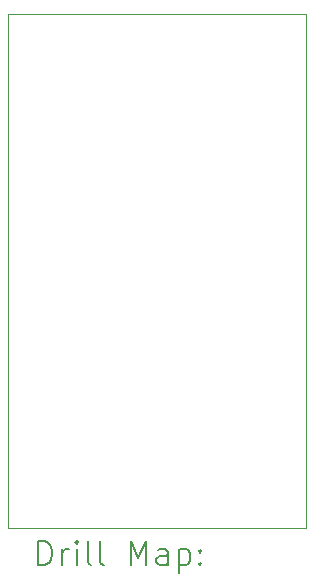
<source format=gbr>
%TF.GenerationSoftware,KiCad,Pcbnew,9.0.5-9.0.5~ubuntu25.04.1*%
%TF.CreationDate,2025-12-03T04:11:32-06:00*%
%TF.ProjectId,Return_Board,52657475-726e-45f4-926f-6172642e6b69,rev?*%
%TF.SameCoordinates,Original*%
%TF.FileFunction,Drillmap*%
%TF.FilePolarity,Positive*%
%FSLAX45Y45*%
G04 Gerber Fmt 4.5, Leading zero omitted, Abs format (unit mm)*
G04 Created by KiCad (PCBNEW 9.0.5-9.0.5~ubuntu25.04.1) date 2025-12-03 04:11:32*
%MOMM*%
%LPD*%
G01*
G04 APERTURE LIST*
%ADD10C,0.050000*%
%ADD11C,0.200000*%
G04 APERTURE END LIST*
D10*
X13225000Y-6750000D02*
X15750000Y-6750000D01*
X15750000Y-11100000D01*
X13225000Y-11100000D01*
X13225000Y-6750000D01*
D11*
X13483277Y-11413984D02*
X13483277Y-11213984D01*
X13483277Y-11213984D02*
X13530896Y-11213984D01*
X13530896Y-11213984D02*
X13559467Y-11223508D01*
X13559467Y-11223508D02*
X13578515Y-11242555D01*
X13578515Y-11242555D02*
X13588039Y-11261603D01*
X13588039Y-11261603D02*
X13597562Y-11299698D01*
X13597562Y-11299698D02*
X13597562Y-11328269D01*
X13597562Y-11328269D02*
X13588039Y-11366365D01*
X13588039Y-11366365D02*
X13578515Y-11385412D01*
X13578515Y-11385412D02*
X13559467Y-11404460D01*
X13559467Y-11404460D02*
X13530896Y-11413984D01*
X13530896Y-11413984D02*
X13483277Y-11413984D01*
X13683277Y-11413984D02*
X13683277Y-11280650D01*
X13683277Y-11318746D02*
X13692801Y-11299698D01*
X13692801Y-11299698D02*
X13702324Y-11290174D01*
X13702324Y-11290174D02*
X13721372Y-11280650D01*
X13721372Y-11280650D02*
X13740420Y-11280650D01*
X13807086Y-11413984D02*
X13807086Y-11280650D01*
X13807086Y-11213984D02*
X13797562Y-11223508D01*
X13797562Y-11223508D02*
X13807086Y-11233031D01*
X13807086Y-11233031D02*
X13816610Y-11223508D01*
X13816610Y-11223508D02*
X13807086Y-11213984D01*
X13807086Y-11213984D02*
X13807086Y-11233031D01*
X13930896Y-11413984D02*
X13911848Y-11404460D01*
X13911848Y-11404460D02*
X13902324Y-11385412D01*
X13902324Y-11385412D02*
X13902324Y-11213984D01*
X14035658Y-11413984D02*
X14016610Y-11404460D01*
X14016610Y-11404460D02*
X14007086Y-11385412D01*
X14007086Y-11385412D02*
X14007086Y-11213984D01*
X14264229Y-11413984D02*
X14264229Y-11213984D01*
X14264229Y-11213984D02*
X14330896Y-11356841D01*
X14330896Y-11356841D02*
X14397562Y-11213984D01*
X14397562Y-11213984D02*
X14397562Y-11413984D01*
X14578515Y-11413984D02*
X14578515Y-11309222D01*
X14578515Y-11309222D02*
X14568991Y-11290174D01*
X14568991Y-11290174D02*
X14549943Y-11280650D01*
X14549943Y-11280650D02*
X14511848Y-11280650D01*
X14511848Y-11280650D02*
X14492801Y-11290174D01*
X14578515Y-11404460D02*
X14559467Y-11413984D01*
X14559467Y-11413984D02*
X14511848Y-11413984D01*
X14511848Y-11413984D02*
X14492801Y-11404460D01*
X14492801Y-11404460D02*
X14483277Y-11385412D01*
X14483277Y-11385412D02*
X14483277Y-11366365D01*
X14483277Y-11366365D02*
X14492801Y-11347317D01*
X14492801Y-11347317D02*
X14511848Y-11337793D01*
X14511848Y-11337793D02*
X14559467Y-11337793D01*
X14559467Y-11337793D02*
X14578515Y-11328269D01*
X14673753Y-11280650D02*
X14673753Y-11480650D01*
X14673753Y-11290174D02*
X14692801Y-11280650D01*
X14692801Y-11280650D02*
X14730896Y-11280650D01*
X14730896Y-11280650D02*
X14749943Y-11290174D01*
X14749943Y-11290174D02*
X14759467Y-11299698D01*
X14759467Y-11299698D02*
X14768991Y-11318746D01*
X14768991Y-11318746D02*
X14768991Y-11375888D01*
X14768991Y-11375888D02*
X14759467Y-11394936D01*
X14759467Y-11394936D02*
X14749943Y-11404460D01*
X14749943Y-11404460D02*
X14730896Y-11413984D01*
X14730896Y-11413984D02*
X14692801Y-11413984D01*
X14692801Y-11413984D02*
X14673753Y-11404460D01*
X14854705Y-11394936D02*
X14864229Y-11404460D01*
X14864229Y-11404460D02*
X14854705Y-11413984D01*
X14854705Y-11413984D02*
X14845182Y-11404460D01*
X14845182Y-11404460D02*
X14854705Y-11394936D01*
X14854705Y-11394936D02*
X14854705Y-11413984D01*
X14854705Y-11290174D02*
X14864229Y-11299698D01*
X14864229Y-11299698D02*
X14854705Y-11309222D01*
X14854705Y-11309222D02*
X14845182Y-11299698D01*
X14845182Y-11299698D02*
X14854705Y-11290174D01*
X14854705Y-11290174D02*
X14854705Y-11309222D01*
M02*

</source>
